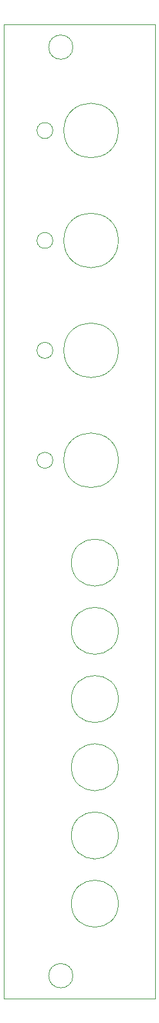
<source format=gbr>
G04 #@! TF.GenerationSoftware,KiCad,Pcbnew,(5.1.5)-3*
G04 #@! TF.CreationDate,2020-05-02T14:20:15+09:00*
G04 #@! TF.ProjectId,3340VCO_frontpanel,33333430-5643-44f5-9f66-726f6e747061,rev?*
G04 #@! TF.SameCoordinates,PX1c9c380PYaba9500*
G04 #@! TF.FileFunction,Profile,NP*
%FSLAX46Y46*%
G04 Gerber Fmt 4.6, Leading zero omitted, Abs format (unit mm)*
G04 Created by KiCad (PCBNEW (5.1.5)-3) date 2020-05-02 14:20:15*
%MOMM*%
%LPD*%
G04 APERTURE LIST*
%ADD10C,0.050000*%
G04 APERTURE END LIST*
D10*
X6450000Y71000000D02*
G75*
G03X6450000Y71000000I-1050000J0D01*
G01*
X6450000Y85500000D02*
G75*
G03X6450000Y85500000I-1050000J0D01*
G01*
X6450000Y100000000D02*
G75*
G03X6450000Y100000000I-1050000J0D01*
G01*
X6450000Y114500000D02*
G75*
G03X6450000Y114500000I-1050000J0D01*
G01*
X15100000Y12500000D02*
G75*
G03X15100000Y12500000I-3100000J0D01*
G01*
X15100000Y21500000D02*
G75*
G03X15100000Y21500000I-3100000J0D01*
G01*
X15100000Y30500000D02*
G75*
G03X15100000Y30500000I-3100000J0D01*
G01*
X15100000Y39500000D02*
G75*
G03X15100000Y39500000I-3100000J0D01*
G01*
X15100000Y48500000D02*
G75*
G03X15100000Y48500000I-3100000J0D01*
G01*
X15100000Y57500000D02*
G75*
G03X15100000Y57500000I-3100000J0D01*
G01*
X15100000Y71000000D02*
G75*
G03X15100000Y71000000I-3600000J0D01*
G01*
X15100000Y85500000D02*
G75*
G03X15100000Y85500000I-3600000J0D01*
G01*
X15100000Y100000000D02*
G75*
G03X15100000Y100000000I-3600000J0D01*
G01*
X15100000Y114500000D02*
G75*
G03X15100000Y114500000I-3600000J0D01*
G01*
X9100000Y125500000D02*
G75*
G03X9100000Y125500000I-1600000J0D01*
G01*
X9100000Y3000000D02*
G75*
G03X9100000Y3000000I-1600000J0D01*
G01*
X0Y128500000D02*
X0Y0D01*
X20000000Y128500000D02*
X0Y128500000D01*
X20000000Y0D02*
X20000000Y128500000D01*
X0Y0D02*
X20000000Y0D01*
M02*

</source>
